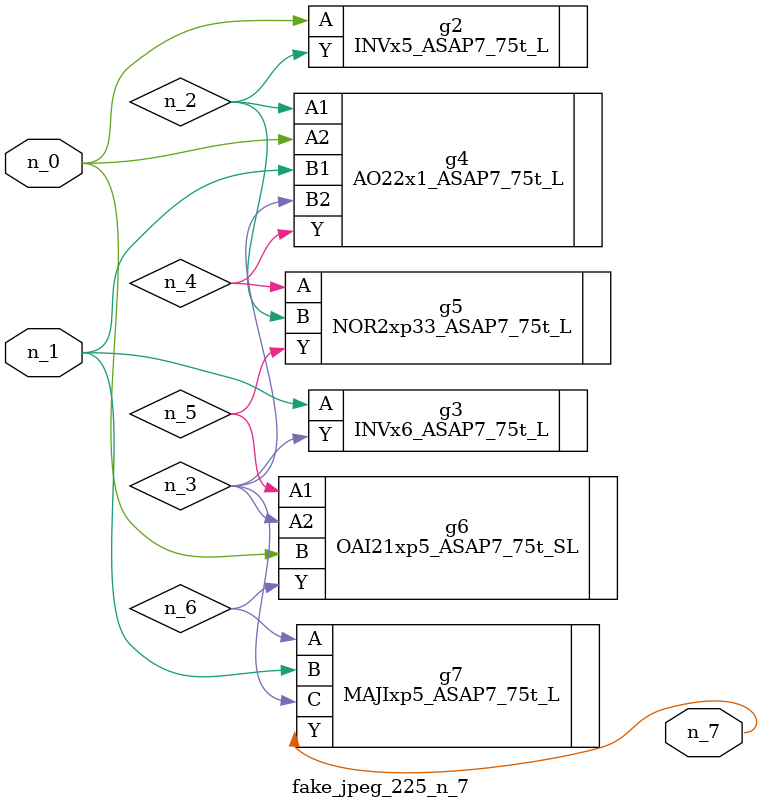
<source format=v>
module fake_jpeg_225_n_7 (n_0, n_1, n_7);

input n_0;
input n_1;

output n_7;

wire n_3;
wire n_2;
wire n_4;
wire n_6;
wire n_5;

INVx5_ASAP7_75t_L g2 ( 
.A(n_0),
.Y(n_2)
);

INVx6_ASAP7_75t_L g3 ( 
.A(n_1),
.Y(n_3)
);

AO22x1_ASAP7_75t_L g4 ( 
.A1(n_2),
.A2(n_0),
.B1(n_1),
.B2(n_3),
.Y(n_4)
);

NOR2xp33_ASAP7_75t_L g5 ( 
.A(n_4),
.B(n_2),
.Y(n_5)
);

OAI21xp5_ASAP7_75t_SL g6 ( 
.A1(n_5),
.A2(n_3),
.B(n_0),
.Y(n_6)
);

MAJIxp5_ASAP7_75t_L g7 ( 
.A(n_6),
.B(n_1),
.C(n_3),
.Y(n_7)
);


endmodule
</source>
